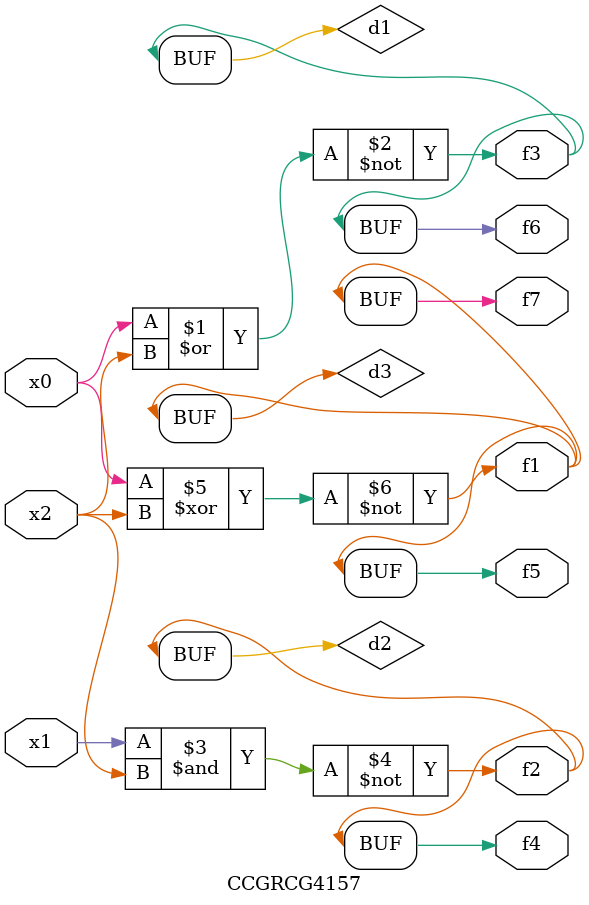
<source format=v>
module CCGRCG4157(
	input x0, x1, x2,
	output f1, f2, f3, f4, f5, f6, f7
);

	wire d1, d2, d3;

	nor (d1, x0, x2);
	nand (d2, x1, x2);
	xnor (d3, x0, x2);
	assign f1 = d3;
	assign f2 = d2;
	assign f3 = d1;
	assign f4 = d2;
	assign f5 = d3;
	assign f6 = d1;
	assign f7 = d3;
endmodule

</source>
